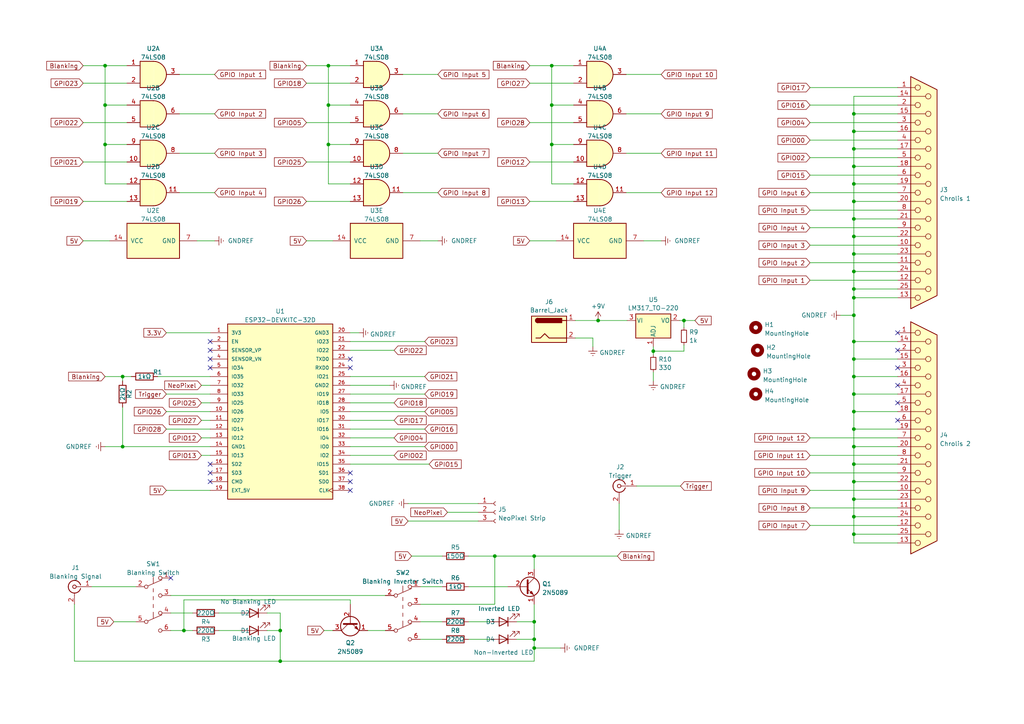
<source format=kicad_sch>
(kicad_sch (version 20230121) (generator eeschema)
  (paper "A4")
  (lib_symbols
    (symbol "74xx:74LS08" (pin_names (offset 1.016))
      (property "Reference" "U" (at 0 1.27 0))
      (property "Value" "74LS08" (at 0 -1.27 0))
      (symbol "74LS08_1_1"
        (pin input line (at -7.62 2.54 0) (length 3.81) (name "~") (number "1"))
        (pin input line (at -7.62 -2.54 0) (length 3.81) (name "~") (number "2"))
        (pin output line (at 7.62 0 180) (length 3.81) (name "~") (number "3"))
      )
      (symbol "74LS08_1_2"
        (pin input inverted (at -7.62 2.54 0) (length 4.318) (name "~") (number "1"))
        (pin input inverted (at -7.62 -2.54 0) (length 4.318) (name "~") (number "2"))
        (pin output inverted (at 7.62 0 180) (length 3.81) (name "~") (number "3"))
      )
      (symbol "74LS08_2_1"
        (pin input line (at -7.62 2.54 0) (length 3.81) (name "~") (number "4"))
        (pin input line (at -7.62 -2.54 0) (length 3.81) (name "~") (number "5"))
        (pin output line (at 7.62 0 180) (length 3.81) (name "~") (number "6"))
      )
      (symbol "74LS08_2_2"
        (pin input inverted (at -7.62 2.54 0) (length 4.318) (name "~") (number "4"))
        (pin input inverted (at -7.62 -2.54 0) (length 4.318) (name "~") (number "5"))
        (pin output inverted (at 7.62 0 180) (length 3.81) (name "~") (number "6"))
      )
      (symbol "74LS08_3_1"
        (pin input line (at -7.62 -2.54 0) (length 3.81) (name "~") (number "10"))
        (pin output line (at 7.62 0 180) (length 3.81) (name "~") (number "8"))
        (pin input line (at -7.62 2.54 0) (length 3.81) (name "~") (number "9"))
      )
      (symbol "74LS08_3_2"
        (pin input inverted (at -7.62 -2.54 0) (length 4.318) (name "~") (number "10"))
        (pin output inverted (at 7.62 0 180) (length 3.81) (name "~") (number "8"))
        (pin input inverted (at -7.62 2.54 0) (length 4.318) (name "~") (number "9"))
      )
      (symbol "74LS08_4_1"
        (pin output line (at 7.62 0 180) (length 3.81) (name "~") (number "11"))
        (pin input line (at -7.62 2.54 0) (length 3.81) (name "~") (number "12"))
        (pin input line (at -7.62 -2.54 0) (length 3.81) (name "~") (number "13"))
      )
      (symbol "74LS08_4_2"
        (pin output inverted (at 7.62 0 180) (length 3.81) (name "~") (number "11"))
        (pin input inverted (at -7.62 2.54 0) (length 4.318) (name "~") (number "12"))
        (pin input inverted (at -7.62 -2.54 0) (length 4.318) (name "~") (number "13"))
      )
      (symbol "74LS08_5_0"
        (pin power_in line (at 0 12.7 270) (length 5.08) (name "VCC") (number "14"))
        (pin power_in line (at 0 -12.7 90) (length 5.08) (name "GND") (number "7"))
      )
    )
    (symbol "Connector:Barrel_Jack" (pin_names (offset 1.016))
      (property "Reference" "J" (at 0 5.334 0))
      (property "Value" "Barrel_Jack" (at 0 -5.08 0))
      (symbol "Barrel_Jack_1_1"
        (pin passive line (at 7.62 2.54 180) (length 2.54) (name "~") (number "1"))
        (pin passive line (at 7.62 -2.54 180) (length 2.54) (name "~") (number "2"))
      )
    )
    (symbol "Connector:Conn_01x03_Female" (pin_names (offset 1.016) hide)
      (property "Reference" "J" (at 0 5.08 0))
      (property "Value" "Conn_01x03_Female" (at 0 -5.08 0))
      (symbol "Conn_01x03_Female_1_1"
        (pin passive line (at -5.08 2.54 0) (length 3.81) (name "Pin_1") (number "1"))
        (pin passive line (at -5.08 0 0) (length 3.81) (name "Pin_2") (number "2"))
        (pin passive line (at -5.08 -2.54 0) (length 3.81) (name "Pin_3") (number "3"))
      )
    )
    (symbol "Connector:Conn_Coaxial" (pin_names (offset 1.016) hide)
      (property "Reference" "J" (at 0.254 3.048 0))
      (property "Value" "Conn_Coaxial" (at 2.921 0 90))
      (symbol "Conn_Coaxial_1_1"
        (pin passive line (at -5.08 0 0) (length 2.54) (name "In") (number "1"))
        (pin passive line (at 0 -5.08 90) (length 2.54) (name "Ext") (number "2"))
      )
    )
    (symbol "Connector:DB25_Female" (pin_names (offset 1.016) hide)
      (property "Reference" "J" (at 0 34.29 0))
      (property "Value" "DB25_Female" (at 0 -34.925 0))
      (symbol "DB25_Female_1_1"
        (pin passive line (at -7.62 30.48 0) (length 3.81) (name "1") (number "1"))
        (pin passive line (at -7.62 -15.24 0) (length 3.81) (name "10") (number "10"))
        (pin passive line (at -7.62 -20.32 0) (length 3.81) (name "11") (number "11"))
        (pin passive line (at -7.62 -25.4 0) (length 3.81) (name "12") (number "12"))
        (pin passive line (at -7.62 -30.48 0) (length 3.81) (name "13") (number "13"))
        (pin passive line (at -7.62 27.94 0) (length 3.81) (name "P14") (number "14"))
        (pin passive line (at -7.62 22.86 0) (length 3.81) (name "P15") (number "15"))
        (pin passive line (at -7.62 17.78 0) (length 3.81) (name "P16") (number "16"))
        (pin passive line (at -7.62 12.7 0) (length 3.81) (name "P17") (number "17"))
        (pin passive line (at -7.62 7.62 0) (length 3.81) (name "P18") (number "18"))
        (pin passive line (at -7.62 2.54 0) (length 3.81) (name "P19") (number "19"))
        (pin passive line (at -7.62 25.4 0) (length 3.81) (name "2") (number "2"))
        (pin passive line (at -7.62 -2.54 0) (length 3.81) (name "P20") (number "20"))
        (pin passive line (at -7.62 -7.62 0) (length 3.81) (name "P21") (number "21"))
        (pin passive line (at -7.62 -12.7 0) (length 3.81) (name "P22") (number "22"))
        (pin passive line (at -7.62 -17.78 0) (length 3.81) (name "P23") (number "23"))
        (pin passive line (at -7.62 -22.86 0) (length 3.81) (name "P24") (number "24"))
        (pin passive line (at -7.62 -27.94 0) (length 3.81) (name "P25") (number "25"))
        (pin passive line (at -7.62 20.32 0) (length 3.81) (name "3") (number "3"))
        (pin passive line (at -7.62 15.24 0) (length 3.81) (name "4") (number "4"))
        (pin passive line (at -7.62 10.16 0) (length 3.81) (name "5") (number "5"))
        (pin passive line (at -7.62 5.08 0) (length 3.81) (name "6") (number "6"))
        (pin passive line (at -7.62 0 0) (length 3.81) (name "7") (number "7"))
        (pin passive line (at -7.62 -5.08 0) (length 3.81) (name "8") (number "8"))
        (pin passive line (at -7.62 -10.16 0) (length 3.81) (name "9") (number "9"))
      )
    )
    (symbol "Device:LED" (pin_numbers hide) (pin_names (offset 1.016) hide)
      (property "Reference" "D" (at 0 2.54 0))
      (property "Value" "LED" (at 0 -2.54 0))
      (symbol "LED_1_1"
        (pin passive line (at -3.81 0 0) (length 2.54) (name "K") (number "1"))
        (pin passive line (at 3.81 0 180) (length 2.54) (name "A") (number "2"))
      )
    )
    (symbol "Device:R" (pin_numbers hide) (pin_names (offset 0))
      (property "Reference" "R" (at 2.032 0 90))
      (property "Value" "R" (at 0 0 90))
      (symbol "R_1_1"
        (pin passive line (at 0 3.81 270) (length 1.27) (name "~") (number "1"))
        (pin passive line (at 0 -3.81 90) (length 1.27) (name "~") (number "2"))
      )
    )
    (symbol "Device:R_Small" (pin_numbers hide) (pin_names (offset 0.254) hide)
      (property "Reference" "R" (at 0.762 0.508 0))
      (property "Value" "R_Small" (at 0.762 -1.016 0))
      (symbol "R_Small_1_1"
        (pin passive line (at 0 2.54 270) (length 0.762) (name "~") (number "1"))
        (pin passive line (at 0 -2.54 90) (length 0.762) (name "~") (number "2"))
      )
    )
    (symbol "ESP32-DEVKITC-32D:ESP32-DEVKITC-32D" (pin_names (offset 1.016))
      (property "Reference" "U" (at -15.2654 26.0604 0))
      (property "Value" "ESP32-DEVKITC-32D" (at -15.2654 -27.9654 0))
      (symbol "ESP32-DEVKITC-32D_0_0"
        (pin power_in line (at -20.32 22.86 0) (length 5.08) (name "3V3") (number "1"))
        (pin bidirectional line (at -20.32 0 0) (length 5.08) (name "IO26") (number "10"))
        (pin bidirectional line (at -20.32 -2.54 0) (length 5.08) (name "IO27") (number "11"))
        (pin bidirectional line (at -20.32 -5.08 0) (length 5.08) (name "IO14") (number "12"))
        (pin bidirectional line (at -20.32 -7.62 0) (length 5.08) (name "IO12") (number "13"))
        (pin power_in line (at -20.32 -10.16 0) (length 5.08) (name "GND1") (number "14"))
        (pin bidirectional line (at -20.32 -12.7 0) (length 5.08) (name "IO13") (number "15"))
        (pin bidirectional line (at -20.32 -15.24 0) (length 5.08) (name "SD2") (number "16"))
        (pin bidirectional line (at -20.32 -17.78 0) (length 5.08) (name "SD3") (number "17"))
        (pin bidirectional line (at -20.32 -20.32 0) (length 5.08) (name "CMD") (number "18"))
        (pin power_in line (at -20.32 -22.86 0) (length 5.08) (name "EXT_5V") (number "19"))
        (pin input line (at -20.32 20.32 0) (length 5.08) (name "EN") (number "2"))
        (pin power_in line (at 20.32 22.86 180) (length 5.08) (name "GND3") (number "20"))
        (pin bidirectional line (at 20.32 20.32 180) (length 5.08) (name "IO23") (number "21"))
        (pin bidirectional line (at 20.32 17.78 180) (length 5.08) (name "IO22") (number "22"))
        (pin output line (at 20.32 15.24 180) (length 5.08) (name "TXD0") (number "23"))
        (pin input line (at 20.32 12.7 180) (length 5.08) (name "RXD0") (number "24"))
        (pin bidirectional line (at 20.32 10.16 180) (length 5.08) (name "IO21") (number "25"))
        (pin power_in line (at 20.32 7.62 180) (length 5.08) (name "GND2") (number "26"))
        (pin bidirectional line (at 20.32 5.08 180) (length 5.08) (name "IO19") (number "27"))
        (pin bidirectional line (at 20.32 2.54 180) (length 5.08) (name "IO18") (number "28"))
        (pin bidirectional line (at 20.32 0 180) (length 5.08) (name "IO5") (number "29"))
        (pin input line (at -20.32 17.78 0) (length 5.08) (name "SENSOR_VP") (number "3"))
        (pin bidirectional line (at 20.32 -2.54 180) (length 5.08) (name "IO17") (number "30"))
        (pin bidirectional line (at 20.32 -5.08 180) (length 5.08) (name "IO16") (number "31"))
        (pin bidirectional line (at 20.32 -7.62 180) (length 5.08) (name "IO4") (number "32"))
        (pin bidirectional line (at 20.32 -10.16 180) (length 5.08) (name "IO0") (number "33"))
        (pin bidirectional line (at 20.32 -12.7 180) (length 5.08) (name "IO2") (number "34"))
        (pin bidirectional line (at 20.32 -15.24 180) (length 5.08) (name "IO15") (number "35"))
        (pin bidirectional line (at 20.32 -17.78 180) (length 5.08) (name "SD1") (number "36"))
        (pin bidirectional line (at 20.32 -20.32 180) (length 5.08) (name "SD0") (number "37"))
        (pin input clock (at 20.32 -22.86 180) (length 5.08) (name "CLK") (number "38"))
        (pin input line (at -20.32 15.24 0) (length 5.08) (name "SENSOR_VN") (number "4"))
        (pin bidirectional line (at -20.32 12.7 0) (length 5.08) (name "IO34") (number "5"))
        (pin bidirectional line (at -20.32 10.16 0) (length 5.08) (name "IO35") (number "6"))
        (pin bidirectional line (at -20.32 7.62 0) (length 5.08) (name "IO32") (number "7"))
        (pin bidirectional line (at -20.32 5.08 0) (length 5.08) (name "IO33") (number "8"))
        (pin bidirectional line (at -20.32 2.54 0) (length 5.08) (name "IO25") (number "9"))
      )
    )
    (symbol "Mechanical:MountingHole" (pin_names (offset 1.016))
      (property "Reference" "H" (at 0 5.08 0))
      (property "Value" "MountingHole" (at 0 3.175 0))
    )
    (symbol "Regulator_Linear:LM317_TO-220" (pin_names (offset 0.254))
      (property "Reference" "U" (at -3.81 3.175 0))
      (property "Value" "LM317_TO-220" (at 0 3.175 0))
      (symbol "LM317_TO-220_1_1"
        (pin input line (at 0 -7.62 90) (length 2.54) (name "ADJ") (number "1"))
        (pin power_out line (at 7.62 0 180) (length 2.54) (name "VO") (number "2"))
        (pin power_in line (at -7.62 0 0) (length 2.54) (name "VI") (number "3"))
      )
    )
    (symbol "Switch:SW_Push_DPDT" (pin_names (offset 0) hide)
      (property "Reference" "SW" (at 0 8.89 0))
      (property "Value" "SW_Push_DPDT" (at 0 -10.16 0))
      (symbol "SW_Push_DPDT_1_1"
        (pin passive line (at 5.08 7.62 180) (length 2.54) (name "A") (number "1"))
        (pin passive line (at -5.08 5.08 0) (length 2.54) (name "B") (number "2"))
        (pin passive line (at 5.08 2.54 180) (length 2.54) (name "C") (number "3"))
        (pin passive line (at 5.08 -2.54 180) (length 2.54) (name "A") (number "4"))
        (pin passive line (at -5.08 -5.08 0) (length 2.54) (name "B") (number "5"))
        (pin passive line (at 5.08 -7.62 180) (length 2.54) (name "C") (number "6"))
      )
    )
    (symbol "Transistor_BJT:2N2219" (pin_names (offset 0) hide)
      (property "Reference" "Q" (at 5.08 1.905 0))
      (property "Value" "2N2219" (at 5.08 0 0))
      (symbol "2N2219_1_1"
        (pin passive line (at 2.54 -5.08 90) (length 2.54) (name "E") (number "1"))
        (pin passive line (at -5.08 0 0) (length 5.715) (name "B") (number "2"))
        (pin passive line (at 2.54 5.08 270) (length 2.54) (name "C") (number "3"))
      )
    )
    (symbol "power:+9V" (power) (pin_names (offset 0))
      (property "Value" "+9V" (at 0 3.556 0))
      (symbol "+9V_1_1"
        (pin power_in line (at 0 0 90) (length 0) hide (name "+9V") (number "1"))
      )
    )
    (symbol "power:GNDREF" (power) (pin_names (offset 0))
      (property "Value" "GNDREF" (at 0 -3.81 0))
      (symbol "GNDREF_1_1"
        (pin power_in line (at 0 0 270) (length 0) hide (name "GNDREF") (number "1"))
      )
    )
  )
  (junction (at 247.65 139.7))
  (junction (at 198.374 92.964))
  (junction (at 189.484 101.854))
  (junction (at 143.51 161.29))
  (junction (at 247.65 33.02))
  (junction (at 30.48 19.05))
  (junction (at 247.65 109.22))
  (junction (at 247.65 149.86))
  (junction (at 95.25 30.48))
  (junction (at 247.65 114.3))
  (junction (at 35.56 129.54))
  (junction (at 247.65 38.1))
  (junction (at 247.65 119.38))
  (junction (at 247.65 86.36))
  (junction (at 95.25 41.91))
  (junction (at 247.65 48.26))
  (junction (at 247.65 91.44))
  (junction (at 247.65 134.62))
  (junction (at 160.02 41.91))
  (junction (at 247.65 144.78))
  (junction (at 154.94 161.29))
  (junction (at 154.94 180.34))
  (junction (at 81.28 191.77))
  (junction (at 247.65 73.66))
  (junction (at 173.482 92.964))
  (junction (at 247.65 63.5))
  (junction (at 247.65 58.42))
  (junction (at 247.65 78.74))
  (junction (at 160.02 30.48))
  (junction (at 53.34 182.88))
  (junction (at 35.56 109.22))
  (junction (at 247.65 43.18))
  (junction (at 247.65 124.46))
  (junction (at 30.48 41.91))
  (junction (at 247.65 104.14))
  (junction (at 247.65 154.94))
  (junction (at 81.28 182.88))
  (junction (at 154.94 185.42))
  (junction (at 95.25 19.05))
  (junction (at 247.65 129.54))
  (junction (at 247.65 83.82))
  (junction (at 247.65 53.34))
  (junction (at 247.65 99.06))
  (junction (at 30.48 30.48))
  (junction (at 154.94 187.96))
  (junction (at 247.65 68.58))
  (junction (at 160.02 19.05))
  (no_connect (at 60.96 104.14))
  (no_connect (at 60.96 139.7))
  (no_connect (at 60.96 99.06))
  (no_connect (at 49.53 167.64))
  (no_connect (at 101.6 142.24))
  (no_connect (at 60.96 134.62))
  (no_connect (at 60.96 106.68))
  (no_connect (at 260.35 96.52))
  (no_connect (at 260.35 101.6))
  (no_connect (at 260.35 111.76))
  (no_connect (at 260.35 106.68))
  (no_connect (at 260.35 116.84))
  (no_connect (at 260.35 121.92))
  (no_connect (at 101.6 104.14))
  (no_connect (at 60.96 101.6))
  (no_connect (at 101.6 139.7))
  (no_connect (at 101.6 106.68))
  (no_connect (at 101.6 137.16))
  (no_connect (at 60.96 137.16))
  (wire (pts (xy 181.61 55.88) (xy 191.77 55.88)))
  (wire (pts (xy 57.15 69.85) (xy 62.23 69.85)))
  (wire (pts (xy 234.95 152.4) (xy 260.35 152.4)))
  (wire (pts (xy 184.658 140.97) (xy 197.358 140.97)))
  (wire (pts (xy 48.26 96.52) (xy 60.96 96.52)))
  (wire (pts (xy 234.95 132.08) (xy 260.35 132.08)))
  (wire (pts (xy 153.67 24.13) (xy 166.37 24.13)))
  (wire (pts (xy 101.6 96.52) (xy 104.14 96.52)))
  (wire (pts (xy 234.95 50.8) (xy 260.35 50.8)))
  (wire (pts (xy 160.02 19.05) (xy 166.37 19.05)))
  (wire (pts (xy 173.482 92.964) (xy 181.864 92.964)))
  (wire (pts (xy 179.578 146.05) (xy 179.578 153.67)))
  (wire (pts (xy 166.878 92.964) (xy 173.482 92.964)))
  (wire (pts (xy 129.794 148.59) (xy 138.684 148.59)))
  (wire (pts (xy 247.65 73.66) (xy 260.35 73.66)))
  (wire (pts (xy 121.92 69.85) (xy 127 69.85)))
  (wire (pts (xy 154.94 161.29) (xy 179.07 161.29)))
  (wire (pts (xy 234.95 25.4) (xy 260.35 25.4)))
  (wire (pts (xy 153.67 35.56) (xy 166.37 35.56)))
  (wire (pts (xy 52.07 44.45) (xy 62.23 44.45)))
  (wire (pts (xy 154.94 161.29) (xy 154.94 165.1)))
  (wire (pts (xy 30.48 19.05) (xy 36.83 19.05)))
  (wire (pts (xy 189.484 101.854) (xy 189.484 100.584)))
  (wire (pts (xy 171.958 100.584) (xy 171.958 98.044)))
  (wire (pts (xy 81.28 177.8) (xy 81.28 182.88)))
  (wire (pts (xy 154.94 185.42) (xy 149.86 185.42)))
  (wire (pts (xy 247.65 114.3) (xy 260.35 114.3)))
  (wire (pts (xy 30.48 41.91) (xy 30.48 53.34)))
  (wire (pts (xy 154.94 187.96) (xy 162.56 187.96)))
  (wire (pts (xy 247.65 109.22) (xy 260.35 109.22)))
  (wire (pts (xy 189.484 101.854) (xy 198.374 101.854)))
  (wire (pts (xy 247.65 73.66) (xy 247.65 78.74)))
  (wire (pts (xy 52.07 21.59) (xy 62.23 21.59)))
  (wire (pts (xy 26.67 170.18) (xy 39.37 170.18)))
  (wire (pts (xy 153.67 69.85) (xy 161.29 69.85)))
  (wire (pts (xy 101.6 116.84) (xy 114.3 116.84)))
  (wire (pts (xy 135.89 161.29) (xy 143.51 161.29)))
  (wire (pts (xy 36.83 30.48) (xy 30.48 30.48)))
  (wire (pts (xy 247.65 104.14) (xy 260.35 104.14)))
  (wire (pts (xy 247.65 144.78) (xy 260.35 144.78)))
  (wire (pts (xy 181.61 44.45) (xy 191.77 44.45)))
  (wire (pts (xy 118.364 151.13) (xy 138.684 151.13)))
  (wire (pts (xy 49.53 172.72) (xy 111.76 172.72)))
  (wire (pts (xy 247.65 149.86) (xy 260.35 149.86)))
  (wire (pts (xy 247.65 124.46) (xy 247.65 129.54)))
  (wire (pts (xy 234.95 147.32) (xy 260.35 147.32)))
  (wire (pts (xy 30.48 30.48) (xy 30.48 19.05)))
  (wire (pts (xy 30.48 41.91) (xy 36.83 41.91)))
  (wire (pts (xy 260.35 99.06) (xy 247.65 99.06)))
  (wire (pts (xy 154.94 180.34) (xy 154.94 185.42)))
  (wire (pts (xy 197.104 92.964) (xy 198.374 92.964)))
  (wire (pts (xy 181.61 21.59) (xy 191.77 21.59)))
  (wire (pts (xy 119.38 161.29) (xy 128.27 161.29)))
  (wire (pts (xy 95.25 41.91) (xy 101.6 41.91)))
  (wire (pts (xy 24.13 24.13) (xy 36.83 24.13)))
  (wire (pts (xy 101.6 30.48) (xy 95.25 30.48)))
  (wire (pts (xy 58.42 132.08) (xy 60.96 132.08)))
  (wire (pts (xy 58.42 116.84) (xy 60.96 116.84)))
  (wire (pts (xy 55.88 177.8) (xy 49.53 177.8)))
  (wire (pts (xy 30.48 129.54) (xy 35.56 129.54)))
  (wire (pts (xy 39.37 180.34) (xy 33.02 180.34)))
  (wire (pts (xy 234.95 142.24) (xy 260.35 142.24)))
  (wire (pts (xy 247.65 48.26) (xy 260.35 48.26)))
  (wire (pts (xy 247.65 58.42) (xy 260.35 58.42)))
  (wire (pts (xy 234.95 30.48) (xy 260.35 30.48)))
  (wire (pts (xy 247.65 129.54) (xy 260.35 129.54)))
  (wire (pts (xy 260.35 157.48) (xy 247.65 157.48)))
  (wire (pts (xy 24.13 58.42) (xy 36.83 58.42)))
  (wire (pts (xy 189.484 107.95) (xy 189.484 110.49)))
  (wire (pts (xy 116.84 44.45) (xy 127 44.45)))
  (wire (pts (xy 247.65 78.74) (xy 260.35 78.74)))
  (wire (pts (xy 143.51 161.29) (xy 143.51 175.26)))
  (wire (pts (xy 95.25 41.91) (xy 95.25 53.34)))
  (wire (pts (xy 95.25 30.48) (xy 95.25 41.91)))
  (wire (pts (xy 95.25 30.48) (xy 95.25 19.05)))
  (wire (pts (xy 260.35 27.94) (xy 247.65 27.94)))
  (wire (pts (xy 154.94 175.26) (xy 154.94 180.34)))
  (wire (pts (xy 198.374 92.964) (xy 201.549 92.964)))
  (wire (pts (xy 128.27 180.34) (xy 121.92 180.34)))
  (wire (pts (xy 118.364 146.05) (xy 138.684 146.05)))
  (wire (pts (xy 247.65 68.58) (xy 247.65 73.66)))
  (wire (pts (xy 234.95 137.16) (xy 260.35 137.16)))
  (wire (pts (xy 88.9 19.05) (xy 95.25 19.05)))
  (wire (pts (xy 260.35 86.36) (xy 247.65 86.36)))
  (wire (pts (xy 48.26 124.46) (xy 60.96 124.46)))
  (wire (pts (xy 116.84 21.59) (xy 127 21.59)))
  (wire (pts (xy 88.9 35.56) (xy 101.6 35.56)))
  (wire (pts (xy 247.65 154.94) (xy 247.65 157.48)))
  (wire (pts (xy 247.65 134.62) (xy 247.65 139.7)))
  (wire (pts (xy 247.65 33.02) (xy 247.65 38.1)))
  (wire (pts (xy 247.65 38.1) (xy 247.65 43.18)))
  (wire (pts (xy 77.47 182.88) (xy 81.28 182.88)))
  (wire (pts (xy 234.95 71.12) (xy 260.35 71.12)))
  (wire (pts (xy 198.374 100.076) (xy 198.374 101.854)))
  (wire (pts (xy 247.65 33.02) (xy 260.35 33.02)))
  (wire (pts (xy 101.6 132.08) (xy 114.3 132.08)))
  (wire (pts (xy 143.51 175.26) (xy 121.92 175.26)))
  (wire (pts (xy 234.95 45.72) (xy 260.35 45.72)))
  (wire (pts (xy 154.94 185.42) (xy 154.94 187.96)))
  (wire (pts (xy 247.65 144.78) (xy 247.65 149.86)))
  (wire (pts (xy 135.89 170.18) (xy 147.32 170.18)))
  (wire (pts (xy 153.67 19.05) (xy 160.02 19.05)))
  (wire (pts (xy 247.65 129.54) (xy 247.65 134.62)))
  (wire (pts (xy 48.26 119.38) (xy 60.96 119.38)))
  (wire (pts (xy 247.65 91.44) (xy 243.84 91.44)))
  (wire (pts (xy 247.65 43.18) (xy 260.35 43.18)))
  (wire (pts (xy 247.65 91.44) (xy 247.65 99.06)))
  (wire (pts (xy 38.1 109.22) (xy 35.56 109.22)))
  (wire (pts (xy 24.13 69.85) (xy 31.75 69.85)))
  (wire (pts (xy 247.65 114.3) (xy 247.65 119.38)))
  (wire (pts (xy 101.6 129.54) (xy 123.19 129.54)))
  (wire (pts (xy 35.56 109.22) (xy 30.48 109.22)))
  (wire (pts (xy 30.48 53.34) (xy 36.83 53.34)))
  (wire (pts (xy 53.34 182.88) (xy 49.53 182.88)))
  (wire (pts (xy 63.5 182.88) (xy 69.85 182.88)))
  (wire (pts (xy 48.26 114.3) (xy 60.96 114.3)))
  (wire (pts (xy 106.68 182.88) (xy 111.76 182.88)))
  (wire (pts (xy 21.59 175.26) (xy 21.59 191.77)))
  (wire (pts (xy 55.88 182.88) (xy 53.34 182.88)))
  (wire (pts (xy 58.42 121.92) (xy 60.96 121.92)))
  (wire (pts (xy 153.67 58.42) (xy 166.37 58.42)))
  (wire (pts (xy 101.6 99.06) (xy 123.19 99.06)))
  (wire (pts (xy 247.65 134.62) (xy 260.35 134.62)))
  (wire (pts (xy 88.9 69.85) (xy 96.52 69.85)))
  (wire (pts (xy 247.65 119.38) (xy 260.35 119.38)))
  (wire (pts (xy 247.65 63.5) (xy 260.35 63.5)))
  (wire (pts (xy 166.37 30.48) (xy 160.02 30.48)))
  (wire (pts (xy 45.72 109.22) (xy 60.96 109.22)))
  (wire (pts (xy 234.95 127) (xy 260.35 127)))
  (wire (pts (xy 93.98 182.88) (xy 96.52 182.88)))
  (wire (pts (xy 88.9 24.13) (xy 101.6 24.13)))
  (wire (pts (xy 121.92 170.18) (xy 128.27 170.18)))
  (wire (pts (xy 247.65 104.14) (xy 247.65 109.22)))
  (wire (pts (xy 247.65 83.82) (xy 247.65 86.36)))
  (wire (pts (xy 234.95 35.56) (xy 260.35 35.56)))
  (wire (pts (xy 24.13 35.56) (xy 36.83 35.56)))
  (wire (pts (xy 247.65 53.34) (xy 247.65 58.42)))
  (wire (pts (xy 154.94 187.96) (xy 154.94 191.77)))
  (wire (pts (xy 95.25 53.34) (xy 101.6 53.34)))
  (wire (pts (xy 247.65 43.18) (xy 247.65 48.26)))
  (wire (pts (xy 234.95 40.64) (xy 260.35 40.64)))
  (wire (pts (xy 198.374 92.964) (xy 198.374 94.996)))
  (wire (pts (xy 53.34 173.99) (xy 101.6 173.99)))
  (wire (pts (xy 234.95 55.88) (xy 260.35 55.88)))
  (wire (pts (xy 69.85 177.8) (xy 63.5 177.8)))
  (wire (pts (xy 247.65 109.22) (xy 247.65 114.3)))
  (wire (pts (xy 247.65 78.74) (xy 247.65 83.82)))
  (wire (pts (xy 30.48 30.48) (xy 30.48 41.91)))
  (wire (pts (xy 234.95 66.04) (xy 260.35 66.04)))
  (wire (pts (xy 101.6 175.26) (xy 101.6 173.99)))
  (wire (pts (xy 247.65 149.86) (xy 247.65 154.94)))
  (wire (pts (xy 247.65 48.26) (xy 247.65 53.34)))
  (wire (pts (xy 101.6 109.22) (xy 123.19 109.22)))
  (wire (pts (xy 160.02 30.48) (xy 160.02 41.91)))
  (wire (pts (xy 247.65 83.82) (xy 260.35 83.82)))
  (wire (pts (xy 154.94 161.29) (xy 143.51 161.29)))
  (wire (pts (xy 81.28 182.88) (xy 81.28 191.77)))
  (wire (pts (xy 247.65 63.5) (xy 247.65 68.58)))
  (wire (pts (xy 88.9 46.99) (xy 101.6 46.99)))
  (wire (pts (xy 101.6 121.92) (xy 114.3 121.92)))
  (wire (pts (xy 160.02 41.91) (xy 160.02 53.34)))
  (wire (pts (xy 48.26 142.24) (xy 60.96 142.24)))
  (wire (pts (xy 186.69 69.85) (xy 191.77 69.85)))
  (wire (pts (xy 154.94 191.77) (xy 81.28 191.77)))
  (wire (pts (xy 247.65 119.38) (xy 247.65 124.46)))
  (wire (pts (xy 58.42 111.76) (xy 60.96 111.76)))
  (wire (pts (xy 247.65 124.46) (xy 260.35 124.46)))
  (wire (pts (xy 88.9 58.42) (xy 101.6 58.42)))
  (wire (pts (xy 234.95 76.2) (xy 260.35 76.2)))
  (wire (pts (xy 160.02 30.48) (xy 160.02 19.05)))
  (wire (pts (xy 234.95 60.96) (xy 260.35 60.96)))
  (wire (pts (xy 24.13 46.99) (xy 36.83 46.99)))
  (wire (pts (xy 35.56 129.54) (xy 60.96 129.54)))
  (wire (pts (xy 101.6 127) (xy 114.3 127)))
  (wire (pts (xy 247.65 38.1) (xy 260.35 38.1)))
  (wire (pts (xy 128.27 185.42) (xy 121.92 185.42)))
  (wire (pts (xy 247.65 53.34) (xy 260.35 53.34)))
  (wire (pts (xy 142.24 185.42) (xy 135.89 185.42)))
  (wire (pts (xy 247.65 139.7) (xy 260.35 139.7)))
  (wire (pts (xy 116.84 55.88) (xy 127 55.88)))
  (wire (pts (xy 81.28 177.8) (xy 77.47 177.8)))
  (wire (pts (xy 52.07 55.88) (xy 62.23 55.88)))
  (wire (pts (xy 58.42 127) (xy 60.96 127)))
  (wire (pts (xy 53.34 182.88) (xy 53.34 173.99)))
  (wire (pts (xy 24.13 19.05) (xy 30.48 19.05)))
  (wire (pts (xy 247.65 99.06) (xy 247.65 104.14)))
  (wire (pts (xy 247.65 139.7) (xy 247.65 144.78)))
  (wire (pts (xy 160.02 53.34) (xy 166.37 53.34)))
  (wire (pts (xy 35.56 109.22) (xy 35.56 110.49)))
  (wire (pts (xy 101.6 114.3) (xy 123.19 114.3)))
  (wire (pts (xy 247.65 86.36) (xy 247.65 91.44)))
  (wire (pts (xy 142.24 180.34) (xy 135.89 180.34)))
  (wire (pts (xy 247.65 154.94) (xy 260.35 154.94)))
  (wire (pts (xy 21.59 191.77) (xy 81.28 191.77)))
  (wire (pts (xy 101.6 101.6) (xy 114.3 101.6)))
  (wire (pts (xy 160.02 41.91) (xy 166.37 41.91)))
  (wire (pts (xy 234.95 81.28) (xy 260.35 81.28)))
  (wire (pts (xy 101.6 124.46) (xy 123.19 124.46)))
  (wire (pts (xy 35.56 118.11) (xy 35.56 129.54)))
  (wire (pts (xy 149.86 180.34) (xy 154.94 180.34)))
  (wire (pts (xy 116.84 33.02) (xy 127 33.02)))
  (wire (pts (xy 247.65 58.42) (xy 247.65 63.5)))
  (wire (pts (xy 101.6 119.38) (xy 123.19 119.38)))
  (wire (pts (xy 171.958 98.044) (xy 166.878 98.044)))
  (wire (pts (xy 247.65 27.94) (xy 247.65 33.02)))
  (wire (pts (xy 181.61 33.02) (xy 191.77 33.02)))
  (wire (pts (xy 52.07 33.02) (xy 62.23 33.02)))
  (wire (pts (xy 153.67 46.99) (xy 166.37 46.99)))
  (wire (pts (xy 101.6 134.62) (xy 124.46 134.62)))
  (wire (pts (xy 247.65 68.58) (xy 260.35 68.58)))
  (wire (pts (xy 101.6 111.76) (xy 113.03 111.76)))
  (wire (pts (xy 95.25 19.05) (xy 101.6 19.05)))
  (wire (pts (xy 189.484 102.87) (xy 189.484 101.854)))
  (global_label "GPIO26" (shape input) (at 48.26 119.38 180) (property "Intersheetrefs" "${INTERSHEET_REFS}" (effects hide)))
  (global_label "5V" (shape input) (at 48.26 142.24 180) (property "Intersheetrefs" "${INTERSHEET_REFS}" (effects hide)))
  (global_label "GPIO Input 8" (shape input) (at 234.95 147.32 180) (property "Intersheetrefs" "${INTERSHEET_REFS}" (effects hide)))
  (global_label "GPIO Input 9" (shape input) (at 234.95 142.24 180) (property "Intersheetrefs" "${INTERSHEET_REFS}" (effects hide)))
  (global_label "5V" (shape input) (at 24.13 69.85 180) (property "Intersheetrefs" "${INTERSHEET_REFS}" (effects hide)))
  (global_label "GPIO23" (shape input) (at 123.19 99.06 0) (property "Intersheetrefs" "${INTERSHEET_REFS}" (effects hide)))
  (global_label "GPIO12" (shape input) (at 58.42 127 180) (property "Intersheetrefs" "${INTERSHEET_REFS}" (effects hide)))
  (global_label "GPIO19" (shape input) (at 24.13 58.42 180) (property "Intersheetrefs" "${INTERSHEET_REFS}" (effects hide)))
  (global_label "GPIO25" (shape input) (at 88.9 46.99 180) (property "Intersheetrefs" "${INTERSHEET_REFS}" (effects hide)))
  (global_label "GPIO16" (shape input) (at 123.19 124.46 0) (property "Intersheetrefs" "${INTERSHEET_REFS}" (effects hide)))
  (global_label "Blanking" (shape input) (at 24.13 19.05 180) (property "Intersheetrefs" "${INTERSHEET_REFS}" (effects hide)))
  (global_label "GPIO16" (shape input) (at 234.95 30.48 180) (property "Intersheetrefs" "${INTERSHEET_REFS}" (effects hide)))
  (global_label "5V" (shape input) (at 93.98 182.88 180) (property "Intersheetrefs" "${INTERSHEET_REFS}" (effects hide)))
  (global_label "GPIO Input 10" (shape input) (at 191.77 21.59 0) (property "Intersheetrefs" "${INTERSHEET_REFS}" (effects hide)))
  (global_label "5V" (shape input) (at 201.549 92.964 0) (property "Intersheetrefs" "${INTERSHEET_REFS}" (effects hide)))
  (global_label "GPIO Input 6" (shape input) (at 127 33.02 0) (property "Intersheetrefs" "${INTERSHEET_REFS}" (effects hide)))
  (global_label "GPIO00" (shape input) (at 123.19 129.54 0) (property "Intersheetrefs" "${INTERSHEET_REFS}" (effects hide)))
  (global_label "GPIO Input 1" (shape input) (at 234.95 81.28 180) (property "Intersheetrefs" "${INTERSHEET_REFS}" (effects hide)))
  (global_label "GPIO Input 1" (shape input) (at 62.23 21.59 0) (property "Intersheetrefs" "${INTERSHEET_REFS}" (effects hide)))
  (global_label "GPIO12" (shape input) (at 153.67 46.99 180) (property "Intersheetrefs" "${INTERSHEET_REFS}" (effects hide)))
  (global_label "GPIO00" (shape input) (at 234.95 40.64 180) (property "Intersheetrefs" "${INTERSHEET_REFS}" (effects hide)))
  (global_label "5V" (shape input) (at 119.38 161.29 180) (property "Intersheetrefs" "${INTERSHEET_REFS}" (effects hide)))
  (global_label "NeoPixel" (shape input) (at 129.794 148.59 180) (property "Intersheetrefs" "${INTERSHEET_REFS}" (effects hide)))
  (global_label "GPIO Input 4" (shape input) (at 234.95 66.04 180) (property "Intersheetrefs" "${INTERSHEET_REFS}" (effects hide)))
  (global_label "GPIO04" (shape input) (at 114.3 127 0) (property "Intersheetrefs" "${INTERSHEET_REFS}" (effects hide)))
  (global_label "GPIO28" (shape input) (at 48.26 124.46 180) (property "Intersheetrefs" "${INTERSHEET_REFS}" (effects hide)))
  (global_label "GPIO18" (shape input) (at 114.3 116.84 0) (property "Intersheetrefs" "${INTERSHEET_REFS}" (effects hide)))
  (global_label "GPIO Input 2" (shape input) (at 234.95 76.2 180) (property "Intersheetrefs" "${INTERSHEET_REFS}" (effects hide)))
  (global_label "GPIO17" (shape input) (at 234.95 25.4 180) (property "Intersheetrefs" "${INTERSHEET_REFS}" (effects hide)))
  (global_label "GPIO05" (shape input) (at 123.19 119.38 0) (property "Intersheetrefs" "${INTERSHEET_REFS}" (effects hide)))
  (global_label "Blanking" (shape input) (at 179.07 161.29 0) (property "Intersheetrefs" "${INTERSHEET_REFS}" (effects hide)))
  (global_label "GPIO Input 6" (shape input) (at 234.95 55.88 180) (property "Intersheetrefs" "${INTERSHEET_REFS}" (effects hide)))
  (global_label "Trigger" (shape input) (at 48.26 114.3 180) (property "Intersheetrefs" "${INTERSHEET_REFS}" (effects hide)))
  (global_label "GPIO13" (shape input) (at 58.42 132.08 180) (property "Intersheetrefs" "${INTERSHEET_REFS}" (effects hide)))
  (global_label "GPIO13" (shape input) (at 153.67 58.42 180) (property "Intersheetrefs" "${INTERSHEET_REFS}" (effects hide)))
  (global_label "5V" (shape input) (at 88.9 69.85 180) (property "Intersheetrefs" "${INTERSHEET_REFS}" (effects hide)))
  (global_label "5V" (shape input) (at 153.67 69.85 180) (property "Intersheetrefs" "${INTERSHEET_REFS}" (effects hide)))
  (global_label "GPIO17" (shape input) (at 114.3 121.92 0) (property "Intersheetrefs" "${INTERSHEET_REFS}" (effects hide)))
  (global_label "Blanking" (shape input) (at 30.48 109.22 180) (property "Intersheetrefs" "${INTERSHEET_REFS}" (effects hide)))
  (global_label "GPIO26" (shape input) (at 88.9 58.42 180) (property "Intersheetrefs" "${INTERSHEET_REFS}" (effects hide)))
  (global_label "GPIO Input 3" (shape input) (at 62.23 44.45 0) (property "Intersheetrefs" "${INTERSHEET_REFS}" (effects hide)))
  (global_label "GPIO27" (shape input) (at 153.67 24.13 180) (property "Intersheetrefs" "${INTERSHEET_REFS}" (effects hide)))
  (global_label "Blanking" (shape input) (at 153.67 19.05 180) (property "Intersheetrefs" "${INTERSHEET_REFS}" (effects hide)))
  (global_label "GPIO18" (shape input) (at 88.9 24.13 180) (property "Intersheetrefs" "${INTERSHEET_REFS}" (effects hide)))
  (global_label "GPIO02" (shape input) (at 114.3 132.08 0) (property "Intersheetrefs" "${INTERSHEET_REFS}" (effects hide)))
  (global_label "GPIO Input 10" (shape input) (at 234.95 137.16 180) (property "Intersheetrefs" "${INTERSHEET_REFS}" (effects hide)))
  (global_label "GPIO Input 3" (shape input) (at 234.95 71.12 180) (property "Intersheetrefs" "${INTERSHEET_REFS}" (effects hide)))
  (global_label "GPIO Input 7" (shape input) (at 127 44.45 0) (property "Intersheetrefs" "${INTERSHEET_REFS}" (effects hide)))
  (global_label "3.3V" (shape input) (at 48.26 96.52 180) (property "Intersheetrefs" "${INTERSHEET_REFS}" (effects hide)))
  (global_label "GPIO28" (shape input) (at 153.67 35.56 180) (property "Intersheetrefs" "${INTERSHEET_REFS}" (effects hide)))
  (global_label "GPIO21" (shape input) (at 123.19 109.22 0) (property "Intersheetrefs" "${INTERSHEET_REFS}" (effects hide)))
  (global_label "GPIO Input 5" (shape input) (at 127 21.59 0) (property "Intersheetrefs" "${INTERSHEET_REFS}" (effects hide)))
  (global_label "5V" (shape input) (at 118.364 151.13 180) (property "Intersheetrefs" "${INTERSHEET_REFS}" (effects hide)))
  (global_label "GPIO15" (shape input) (at 124.46 134.62 0) (property "Intersheetrefs" "${INTERSHEET_REFS}" (effects hide)))
  (global_label "Trigger" (shape input) (at 197.358 140.97 0) (property "Intersheetrefs" "${INTERSHEET_REFS}" (effects hide)))
  (global_label "GPIO05" (shape input) (at 88.9 35.56 180) (property "Intersheetrefs" "${INTERSHEET_REFS}" (effects hide)))
  (global_label "GPIO Input 8" (shape input) (at 127 55.88 0) (property "Intersheetrefs" "${INTERSHEET_REFS}" (effects hide)))
  (global_label "GPIO04" (shape input) (at 234.95 35.56 180) (property "Intersheetrefs" "${INTERSHEET_REFS}" (effects hide)))
  (global_label "GPIO15" (shape input) (at 234.95 50.8 180) (property "Intersheetrefs" "${INTERSHEET_REFS}" (effects hide)))
  (global_label "GPIO Input 5" (shape input) (at 234.95 60.96 180) (property "Intersheetrefs" "${INTERSHEET_REFS}" (effects hide)))
  (global_label "GPIO25" (shape input) (at 58.42 116.84 180) (property "Intersheetrefs" "${INTERSHEET_REFS}" (effects hide)))
  (global_label "GPIO Input 9" (shape input) (at 191.77 33.02 0) (property "Intersheetrefs" "${INTERSHEET_REFS}" (effects hide)))
  (global_label "GPIO Input 12" (shape input) (at 191.77 55.88 0) (property "Intersheetrefs" "${INTERSHEET_REFS}" (effects hide)))
  (global_label "GPIO22" (shape input) (at 114.3 101.6 0) (property "Intersheetrefs" "${INTERSHEET_REFS}" (effects hide)))
  (global_label "Blanking" (shape input) (at 88.9 19.05 180) (property "Intersheetrefs" "${INTERSHEET_REFS}" (effects hide)))
  (global_label "GPIO19" (shape input) (at 123.19 114.3 0) (property "Intersheetrefs" "${INTERSHEET_REFS}" (effects hide)))
  (global_label "NeoPixel" (shape input) (at 58.42 111.76 180) (property "Intersheetrefs" "${INTERSHEET_REFS}" (effects hide)))
  (global_label "GPIO Input 11" (shape input) (at 191.77 44.45 0) (property "Intersheetrefs" "${INTERSHEET_REFS}" (effects hide)))
  (global_label "GPIO27" (shape input) (at 58.42 121.92 180) (property "Intersheetrefs" "${INTERSHEET_REFS}" (effects hide)))
  (global_label "GPIO02" (shape input) (at 234.95 45.72 180) (property "Intersheetrefs" "${INTERSHEET_REFS}" (effects hide)))
  (global_label "GPIO Input 11" (shape input) (at 234.95 132.08 180) (property "Intersheetrefs" "${INTERSHEET_REFS}" (effects hide)))
  (global_label "GPIO23" (shape input) (at 24.13 24.13 180) (property "Intersheetrefs" "${INTERSHEET_REFS}" (effects hide)))
  (global_label "GPIO Input 2" (shape input) (at 62.23 33.02 0) (property "Intersheetrefs" "${INTERSHEET_REFS}" (effects hide)))
  (global_label "GPIO Input 4" (shape input) (at 62.23 55.88 0) (property "Intersheetrefs" "${INTERSHEET_REFS}" (effects hide)))
  (global_label "GPIO Input 7" (shape input) (at 234.95 152.4 180) (property "Intersheetrefs" "${INTERSHEET_REFS}" (effects hide)))
  (global_label "GPIO21" (shape input) (at 24.13 46.99 180) (property "Intersheetrefs" "${INTERSHEET_REFS}" (effects hide)))
  (global_label "GPIO Input 12" (shape input) (at 234.95 127 180) (property "Intersheetrefs" "${INTERSHEET_REFS}" (effects hide)))
  (global_label "5V" (shape input) (at 33.02 180.34 180) (property "Intersheetrefs" "${INTERSHEET_REFS}" (effects hide)))
  (global_label "GPIO22" (shape input) (at 24.13 35.56 180) (property "Intersheetrefs" "${INTERSHEET_REFS}" (effects hide)))
  (symbol (lib_id "74xx:74LS08") (at 173.99 55.88 0) (unit 4)
    (property "Reference" "U4" (at 173.99 48.3702 0))
    (property "Value" "74LS08" (at 173.99 50.9071 0))
    (property "Footprint" "Package_DIP:DIP-14_W7.62mm_LongPads" (effects hide))
    (property "Datasheet" "http://www.ti.com/lit/gpn/sn74LS08" (effects hide))
  )
  (symbol (lib_id "Device:R") (at 35.56 114.3 0) (mirror x) (unit 1)
    (property "Reference" "R2" (at 37.465 114.3 90))
    (property "Value" "2kΩ" (at 35.56 114.3 90))
    (property "Footprint" "Resistor_THT:R_Axial_DIN0309_L9.0mm_D3.2mm_P15.24mm_Horizontal" (effects hide))
  )
  (symbol (lib_id "power:GNDREF") (at 179.578 153.67 0) (unit 1)
    (property "Reference" "#PWR0107" (effects hide))
    (property "Value" "GNDREF" (at 181.483 155.3738 0) (effects (justify left)))
  )
  (symbol (lib_id "Mechanical:MountingHole") (at 219.202 114.3 0) (unit 1)
    (property "Reference" "H4" (at 221.742 113.4653 0) (effects (justify left)))
    (property "Value" "MountingHole" (at 221.742 116.0022 0) (effects (justify left)))
    (property "Footprint" "MountingHole:MountingHole_3mm" (effects hide))
  )
  (symbol (lib_id "power:GNDREF") (at 189.484 110.49 0) (unit 1)
    (property "Reference" "#PWR03" (effects hide))
    (property "Value" "GNDREF" (at 191.389 112.1938 0) (effects (justify left)))
  )
  (symbol (lib_id "power:GNDREF") (at 62.23 69.85 90) (unit 1)
    (property "Reference" "#PWR0103" (effects hide))
    (property "Value" "GNDREF" (at 73.66 69.85 90) (effects (justify left)))
  )
  (symbol (lib_id "Regulator_Linear:LM317_TO-220") (at 189.484 92.964 0) (unit 1)
    (property "Reference" "U5" (at 189.484 86.9147 0))
    (property "Value" "LM317_TO-220" (at 189.484 89.3389 0))
    (property "Footprint" "Package_TO_SOT_THT:TO-220-3_Vertical" (effects hide))
    (property "Datasheet" "http://www.ti.com/lit/ds/symlink/lm317.pdf" (effects hide))
  )
  (symbol (lib_id "74xx:74LS08") (at 44.45 44.45 0) (unit 3)
    (property "Reference" "U2" (at 44.45 36.9402 0))
    (property "Value" "74LS08" (at 44.45 39.4771 0))
    (property "Footprint" "Package_DIP:DIP-14_W7.62mm_LongPads" (effects hide))
    (property "Datasheet" "http://www.ti.com/lit/gpn/sn74LS08" (effects hide))
  )
  (symbol (lib_id "74xx:74LS08") (at 173.99 33.02 0) (unit 2)
    (property "Reference" "U4" (at 173.99 25.5102 0))
    (property "Value" "74LS08" (at 173.99 28.0471 0))
    (property "Footprint" "Package_DIP:DIP-14_W7.62mm_LongPads" (effects hide))
    (property "Datasheet" "http://www.ti.com/lit/gpn/sn74LS08" (effects hide))
  )
  (symbol (lib_id "power:GNDREF") (at 162.56 187.96 90) (unit 1)
    (property "Reference" "#PWR0106" (effects hide))
    (property "Value" "GNDREF" (at 173.99 187.96 90) (effects (justify left)))
  )
  (symbol (lib_id "Device:R") (at 41.91 109.22 270) (mirror x) (unit 1)
    (property "Reference" "R1" (at 45.72 107.95 90))
    (property "Value" "1kΩ" (at 41.91 109.22 90))
    (property "Footprint" "Resistor_THT:R_Axial_DIN0309_L9.0mm_D3.2mm_P15.24mm_Horizontal" (effects hide))
  )
  (symbol (lib_id "Device:R_Small") (at 189.484 105.41 180) (unit 1)
    (property "Reference" "R10" (at 190.9826 104.1979 0) (effects (justify right)))
    (property "Value" "330" (at 190.9826 106.6221 0) (effects (justify right)))
    (property "Footprint" "Resistor_THT:R_Axial_DIN0309_L9.0mm_D3.2mm_P15.24mm_Horizontal" (effects hide))
  )
  (symbol (lib_id "74xx:74LS08") (at 44.45 21.59 0) (unit 1)
    (property "Reference" "U2" (at 44.45 14.0802 0))
    (property "Value" "74LS08" (at 44.45 16.6171 0))
    (property "Footprint" "Package_DIP:DIP-14_W7.62mm_LongPads" (effects hide))
    (property "Datasheet" "http://www.ti.com/lit/gpn/sn74LS08" (effects hide))
  )
  (symbol (lib_id "Connector:DB25_Female") (at 267.97 55.88 0) (unit 1)
    (property "Reference" "J3" (at 272.542 55.0453 0) (effects (justify left)))
    (property "Value" "Chrolis 1" (at 272.542 57.5822 0) (effects (justify left)))
    (property "Footprint" "Connector_Dsub:DSUB-25_Female_Horizontal_P2.77x2.84mm_EdgePinOffset9.90mm_Housed_MountingHolesOffset11.32mm" (effects hide))
    (property "Datasheet" " ~" (effects hide))
  )
  (symbol (lib_id "Transistor_BJT:2N2219") (at 101.6 180.34 90) (mirror x) (unit 1)
    (property "Reference" "Q2" (at 101.6 186.4598 90))
    (property "Value" "2N5089" (at 101.6 188.9967 90))
    (property "Footprint" "Package_TO_SOT_THT:TO-92L_Inline_Wide" (effects hide))
    (property "Datasheet" "http://www.onsemi.com/pub_link/Collateral/2N2219-D.PDF" (effects hide))
  )
  (symbol (lib_id "power:GNDREF") (at 30.48 129.54 270) (mirror x) (unit 1)
    (property "Reference" "#PWR0102" (effects hide))
    (property "Value" "GNDREF" (at 19.05 129.54 90) (effects (justify left)))
  )
  (symbol (lib_id "Connector:DB25_Female") (at 267.97 127 0) (unit 1)
    (property "Reference" "J4" (at 272.542 126.1653 0) (effects (justify left)))
    (property "Value" "Chrolis 2" (at 272.542 128.7022 0) (effects (justify left)))
    (property "Footprint" "Connector_Dsub:DSUB-25_Female_Horizontal_P2.77x2.84mm_EdgePinOffset9.90mm_Housed_MountingHolesOffset11.32mm" (effects hide))
    (property "Datasheet" " ~" (effects hide))
  )
  (symbol (lib_id "74xx:74LS08") (at 44.45 69.85 90) (unit 5)
    (property "Reference" "U2" (at 44.45 61.0702 90))
    (property "Value" "74LS08" (at 44.45 63.6071 90))
    (property "Footprint" "Package_DIP:DIP-14_W7.62mm_LongPads" (effects hide))
    (property "Datasheet" "http://www.ti.com/lit/gpn/sn74LS08" (effects hide))
  )
  (symbol (lib_id "Device:R") (at 59.69 182.88 270) (unit 1)
    (property "Reference" "R3" (at 59.69 185.42 90))
    (property "Value" "220Ω" (at 59.69 182.88 90))
    (property "Footprint" "Resistor_THT:R_Axial_DIN0309_L9.0mm_D3.2mm_P15.24mm_Horizontal" (effects hide))
  )
  (symbol (lib_id "Switch:SW_Push_DPDT") (at 44.45 175.26 0) (unit 1)
    (property "Reference" "SW1" (at 44.45 163.5592 0))
    (property "Value" "Blanking Switch" (at 44.45 166.0961 0))
    (property "Footprint" "Maxime:maxi_DPDT_Angled" (effects hide))
  )
  (symbol (lib_id "Connector:Conn_Coaxial") (at 21.59 170.18 0) (mirror y) (unit 1)
    (property "Reference" "J1" (at 21.9074 164.6536 0))
    (property "Value" "Blanking Signal" (at 21.9074 167.1905 0))
    (property "Footprint" "Maxime:BNC_Socket_TYCO-AMP_LargePads" (effects hide))
    (property "Datasheet" " ~" (effects hide))
  )
  (symbol (lib_id "Switch:SW_Push_DPDT") (at 116.84 177.8 0) (unit 1)
    (property "Reference" "SW2" (at 116.84 166.0992 0))
    (property "Value" "Blanking Inverter Switch" (at 116.84 168.6361 0))
    (property "Footprint" "Maxime:maxi_DPDT_Angled" (effects hide))
  )
  (symbol (lib_id "Device:R") (at 59.69 177.8 270) (unit 1)
    (property "Reference" "R4" (at 59.69 180.34 90))
    (property "Value" "220Ω" (at 59.69 177.8 90))
    (property "Footprint" "Resistor_THT:R_Axial_DIN0309_L9.0mm_D3.2mm_P15.24mm_Horizontal" (effects hide))
  )
  (symbol (lib_id "power:GNDREF") (at 191.77 69.85 90) (unit 1)
    (property "Reference" "#PWR0109" (effects hide))
    (property "Value" "GNDREF" (at 203.2 69.85 90) (effects (justify left)))
  )
  (symbol (lib_id "Device:R") (at 132.08 185.42 270) (mirror x) (unit 1)
    (property "Reference" "R8" (at 132.08 182.88 90))
    (property "Value" "220Ω" (at 132.08 185.42 90))
    (property "Footprint" "Resistor_THT:R_Axial_DIN0309_L9.0mm_D3.2mm_P15.24mm_Horizontal" (effects hide))
  )
  (symbol (lib_id "Mechanical:MountingHole") (at 218.694 108.458 0) (unit 1)
    (property "Reference" "H3" (at 221.234 107.6233 0) (effects (justify left)))
    (property "Value" "MountingHole" (at 221.234 110.1602 0) (effects (justify left)))
    (property "Footprint" "MountingHole:MountingHole_3mm" (effects hide))
  )
  (symbol (lib_id "power:GNDREF") (at 118.364 146.05 270) (unit 1)
    (property "Reference" "#PWR0108" (effects hide))
    (property "Value" "GNDREF" (at 106.934 146.05 90) (effects (justify left)))
  )
  (symbol (lib_id "power:GNDREF") (at 171.958 100.584 0) (unit 1)
    (property "Reference" "#PWR01" (effects hide))
    (property "Value" "GNDREF" (at 173.863 102.2878 0) (effects (justify left)))
  )
  (symbol (lib_id "Device:R") (at 132.08 170.18 270) (mirror x) (unit 1)
    (property "Reference" "R6" (at 132.08 167.64 90))
    (property "Value" "1kΩ" (at 132.08 170.18 90))
    (property "Footprint" "Resistor_THT:R_Axial_DIN0309_L9.0mm_D3.2mm_P15.24mm_Horizontal" (effects hide))
  )
  (symbol (lib_id "Device:LED") (at 146.05 180.34 180) (unit 1)
    (property "Reference" "D3" (at 142.24 180.34 0))
    (property "Value" "Inverted LED" (at 144.78 176.53 0))
    (property "Footprint" "LED_THT:LED_D3.0mm" (effects hide))
  )
  (symbol (lib_id "Connector:Barrel_Jack") (at 159.258 95.504 0) (unit 1)
    (property "Reference" "J6" (at 159.258 87.5497 0))
    (property "Value" "Barrel_Jack" (at 159.258 89.9739 0))
    (property "Footprint" "Connector_BarrelJack:BarrelJack_Horizontal" (effects hide))
  )
  (symbol (lib_id "power:+9V") (at 173.482 92.964 0) (unit 1)
    (property "Reference" "#PWR02" (effects hide))
    (property "Value" "+9V" (at 173.482 88.8309 0))
  )
  (symbol (lib_id "74xx:74LS08") (at 109.22 55.88 0) (unit 4)
    (property "Reference" "U3" (at 109.22 48.3702 0))
    (property "Value" "74LS08" (at 109.22 50.9071 0))
    (property "Footprint" "Package_DIP:DIP-14_W7.62mm_LongPads" (effects hide))
    (property "Datasheet" "http://www.ti.com/lit/gpn/sn74LS08" (effects hide))
  )
  (symbol (lib_id "Mechanical:MountingHole") (at 219.202 94.996 0) (unit 1)
    (property "Reference" "H1" (at 221.742 94.1613 0) (effects (justify left)))
    (property "Value" "MountingHole" (at 221.742 96.6982 0) (effects (justify left)))
    (property "Footprint" "MountingHole:MountingHole_3mm" (effects hide))
  )
  (symbol (lib_id "74xx:74LS08") (at 44.45 33.02 0) (unit 2)
    (property "Reference" "U2" (at 44.45 25.5102 0))
    (property "Value" "74LS08" (at 44.45 28.0471 0))
    (property "Footprint" "Package_DIP:DIP-14_W7.62mm_LongPads" (effects hide))
    (property "Datasheet" "http://www.ti.com/lit/gpn/sn74LS08" (effects hide))
  )
  (symbol (lib_id "74xx:74LS08") (at 173.99 44.45 0) (unit 3)
    (property "Reference" "U4" (at 173.99 36.9402 0))
    (property "Value" "74LS08" (at 173.99 39.4771 0))
    (property "Footprint" "Package_DIP:DIP-14_W7.62mm_LongPads" (effects hide))
    (property "Datasheet" "http://www.ti.com/lit/gpn/sn74LS08" (effects hide))
  )
  (symbol (lib_id "74xx:74LS08") (at 109.22 21.59 0) (unit 1)
    (property "Reference" "U3" (at 109.22 14.0802 0))
    (property "Value" "74LS08" (at 109.22 16.6171 0))
    (property "Footprint" "Package_DIP:DIP-14_W7.62mm_LongPads" (effects hide))
    (property "Datasheet" "http://www.ti.com/lit/gpn/sn74LS08" (effects hide))
  )
  (symbol (lib_id "Device:LED") (at 73.66 177.8 180) (unit 1)
    (property "Reference" "D2" (at 71.12 177.8 0))
    (property "Value" "No Blanking LED" (at 72.009 174.498 0))
    (property "Footprint" "LED_THT:LED_D3.0mm" (effects hide))
  )
  (symbol (lib_id "power:GNDREF") (at 113.03 111.76 90) (unit 1)
    (property "Reference" "#PWR0105" (effects hide))
    (property "Value" "GNDREF" (at 116.205 112.1938 90) (effects (justify right)))
  )
  (symbol (lib_id "Transistor_BJT:2N2219") (at 152.4 170.18 0) (unit 1)
    (property "Reference" "Q1" (at 157.2514 169.3453 0) (effects (justify left)))
    (property "Value" "2N5089" (at 157.2514 171.8822 0) (effects (justify left)))
    (property "Footprint" "Package_TO_SOT_THT:TO-92L_Inline_Wide" (effects hide))
    (property "Datasheet" "http://www.onsemi.com/pub_link/Collateral/2N2219-D.PDF" (effects hide))
  )
  (symbol (lib_id "Device:R") (at 132.08 161.29 270) (mirror x) (unit 1)
    (property "Reference" "R5" (at 132.08 158.75 90))
    (property "Value" "150Ω" (at 132.08 161.29 90))
    (property "Footprint" "Resistor_THT:R_Axial_DIN0309_L9.0mm_D3.2mm_P15.24mm_Horizontal" (effects hide))
  )
  (symbol (lib_id "74xx:74LS08") (at 109.22 44.45 0) (unit 3)
    (property "Reference" "U3" (at 109.22 36.9402 0))
    (property "Value" "74LS08" (at 109.22 39.4771 0))
    (property "Footprint" "Package_DIP:DIP-14_W7.62mm_LongPads" (effects hide))
    (property "Datasheet" "http://www.ti.com/lit/gpn/sn74LS08" (effects hide))
  )
  (symbol (lib_id "power:GNDREF") (at 127 69.85 90) (unit 1)
    (property "Reference" "#PWR0101" (effects hide))
    (property "Value" "GNDREF" (at 138.43 69.85 90) (effects (justify left)))
  )
  (symbol (lib_id "power:GNDREF") (at 243.84 91.44 270) (unit 1)
    (property "Reference" "#PWR0110" (effects hide))
    (property "Value" "GNDREF" (at 232.41 91.44 90) (effects (justify left)))
  )
  (symbol (lib_id "Device:LED") (at 73.66 182.88 180) (unit 1)
    (property "Reference" "D1" (at 71.12 182.88 0))
    (property "Value" "Blanking LED" (at 73.66 185.166 0))
    (property "Footprint" "LED_THT:LED_D3.0mm" (effects hide))
  )
  (symbol (lib_id "74xx:74LS08") (at 173.99 21.59 0) (unit 1)
    (property "Reference" "U4" (at 173.99 14.0802 0))
    (property "Value" "74LS08" (at 173.99 16.6171 0))
    (property "Footprint" "Package_DIP:DIP-14_W7.62mm_LongPads" (effects hide))
    (property "Datasheet" "http://www.ti.com/lit/gpn/sn74LS08" (effects hide))
  )
  (symbol (lib_id "Device:R_Small") (at 198.374 97.536 180) (unit 1)
    (property "Reference" "R9" (at 199.8726 96.3239 0) (effects (justify right)))
    (property "Value" "1k" (at 199.8726 98.7481 0) (effects (justify right)))
    (property "Footprint" "Resistor_THT:R_Axial_DIN0309_L9.0mm_D3.2mm_P15.24mm_Horizontal" (effects hide))
  )
  (symbol (lib_id "74xx:74LS08") (at 109.22 69.85 90) (unit 5)
    (property "Reference" "U3" (at 109.22 61.0702 90))
    (property "Value" "74LS08" (at 109.22 63.6071 90))
    (property "Footprint" "Package_DIP:DIP-14_W7.62mm_LongPads" (effects hide))
    (property "Datasheet" "http://www.ti.com/lit/gpn/sn74LS08" (effects hide))
  )
  (symbol (lib_id "74xx:74LS08") (at 109.22 33.02 0) (unit 2)
    (property "Reference" "U3" (at 109.22 25.5102 0))
    (property "Value" "74LS08" (at 109.22 28.0471 0))
    (property "Footprint" "Package_DIP:DIP-14_W7.62mm_LongPads" (effects hide))
    (property "Datasheet" "http://www.ti.com/lit/gpn/sn74LS08" (effects hide))
  )
  (symbol (lib_id "Connector:Conn_01x03_Female") (at 143.764 148.59 0) (unit 1)
    (property "Reference" "J5" (at 144.4752 147.7553 0) (effects (justify left)))
    (property "Value" "NeoPixel Strip" (at 144.4752 150.2922 0) (effects (justify left)))
    (property "Footprint" "Connector_JST:JST_XH_B3B-XH-A_1x03_P2.50mm_Vertical" (effects hide))
  )
  (symbol (lib_id "power:GNDREF") (at 104.14 96.52 90) (unit 1)
    (property "Reference" "#PWR0104" (effects hide))
    (property "Value" "GNDREF" (at 107.315 96.9538 90) (effects (justify right)))
  )
  (symbol (lib_id "Device:LED") (at 146.05 185.42 180) (unit 1)
    (property "Reference" "D4" (at 142.24 185.42 0))
    (property "Value" "Non-Inverted LED" (at 146.05 189.23 0))
    (property "Footprint" "LED_THT:LED_D3.0mm" (effects hide))
  )
  (symbol (lib_id "74xx:74LS08") (at 173.99 69.85 90) (unit 5)
    (property "Reference" "U4" (at 173.99 61.0702 90))
    (property "Value" "74LS08" (at 173.99 63.6071 90))
    (property "Footprint" "Package_DIP:DIP-14_W7.62mm_LongPads" (effects hide))
    (property "Datasheet" "http://www.ti.com/lit/gpn/sn74LS08" (effects hide))
  )
  (symbol (lib_id "Device:R") (at 132.08 180.34 270) (mirror x) (unit 1)
    (property "Reference" "R7" (at 132.08 177.8 90))
    (property "Value" "220Ω" (at 132.08 180.34 90))
    (property "Footprint" "Resistor_THT:R_Axial_DIN0309_L9.0mm_D3.2mm_P15.24mm_Horizontal" (effects hide))
  )
  (symbol (lib_id "74xx:74LS08") (at 44.45 55.88 0) (unit 4)
    (property "Reference" "U2" (at 44.45 48.3702 0))
    (property "Value" "74LS08" (at 44.45 50.9071 0))
    (property "Footprint" "Package_DIP:DIP-14_W7.62mm_LongPads" (effects hide))
    (property "Datasheet" "http://www.ti.com/lit/gpn/sn74LS08" (effects hide))
  )
  (symbol (lib_id "Mechanical:MountingHole") (at 219.71 101.6 0) (unit 1)
    (property "Reference" "H2" (at 222.25 100.7653 0) (effects (justify left)))
    (property "Value" "MountingHole" (at 222.25 103.3022 0) (effects (justify left)))
    (property "Footprint" "MountingHole:MountingHole_3mm" (effects hide))
  )
  (symbol (lib_id "ESP32-DEVKITC-32D:ESP32-DEVKITC-32D") (at 81.28 119.38 0) (unit 1)
    (property "Reference" "U1" (at 81.28 90.2802 0))
    (property "Value" "ESP32-DEVKITC-32D" (at 81.28 92.8171 0))
    (property "Footprint" "Module:MODULE_ESP32-DEVKITC-32D" (effects hide))
    (property "PARTREV" "4" (effects hide))
    (property "MANUFACTURER" "Espressif Systems" (effects hide))
  )
  (symbol (lib_id "Connector:Conn_Coaxial") (at 179.578 140.97 0) (mirror y) (unit 1)
    (property "Reference" "J2" (at 179.8954 135.4436 0))
    (property "Value" "Trigger" (at 179.8954 137.9805 0))
    (property "Footprint" "Maxime:BNC_Socket_TYCO-AMP_LargePads" (effects hide))
    (property "Datasheet" " ~" (effects hide))
  )
)
</source>
